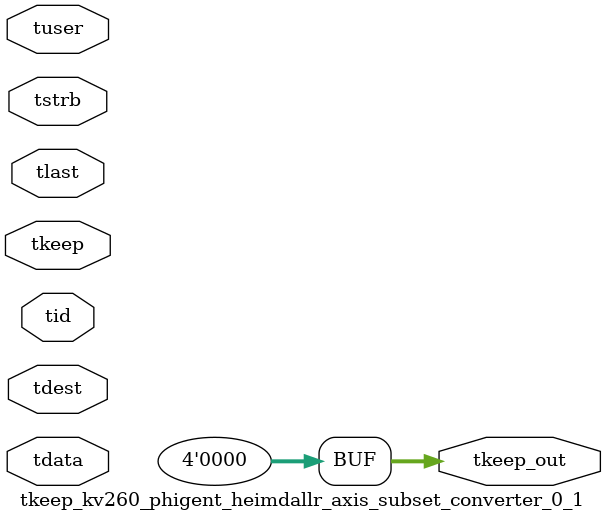
<source format=v>


`timescale 1ps/1ps

module tkeep_kv260_phigent_heimdallr_axis_subset_converter_0_1 #
(
parameter C_S_AXIS_TDATA_WIDTH = 32,
parameter C_S_AXIS_TUSER_WIDTH = 0,
parameter C_S_AXIS_TID_WIDTH   = 0,
parameter C_S_AXIS_TDEST_WIDTH = 0,
parameter C_M_AXIS_TDATA_WIDTH = 32
)
(
input  [(C_S_AXIS_TDATA_WIDTH == 0 ? 1 : C_S_AXIS_TDATA_WIDTH)-1:0     ] tdata,
input  [(C_S_AXIS_TUSER_WIDTH == 0 ? 1 : C_S_AXIS_TUSER_WIDTH)-1:0     ] tuser,
input  [(C_S_AXIS_TID_WIDTH   == 0 ? 1 : C_S_AXIS_TID_WIDTH)-1:0       ] tid,
input  [(C_S_AXIS_TDEST_WIDTH == 0 ? 1 : C_S_AXIS_TDEST_WIDTH)-1:0     ] tdest,
input  [(C_S_AXIS_TDATA_WIDTH/8)-1:0 ] tkeep,
input  [(C_S_AXIS_TDATA_WIDTH/8)-1:0 ] tstrb,
input                                                                    tlast,
output [(C_M_AXIS_TDATA_WIDTH/8)-1:0 ] tkeep_out
);

assign tkeep_out = {1'b0};

endmodule


</source>
